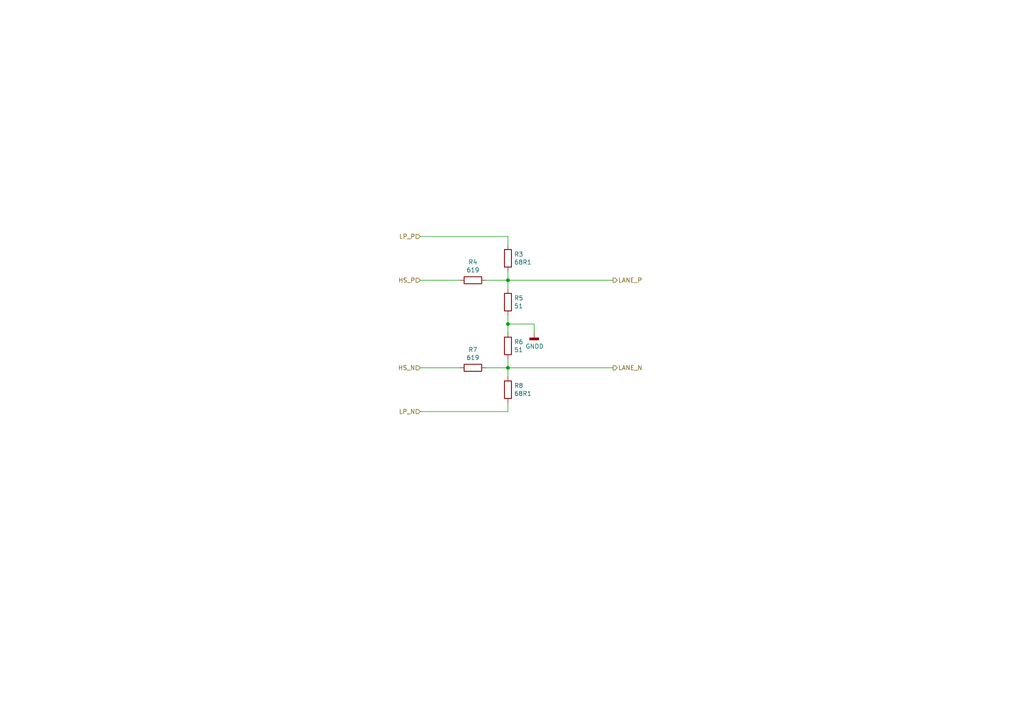
<source format=kicad_sch>
(kicad_sch (version 20211123) (generator eeschema)
  (paper "A4")
  (lib_symbols
    (symbol "Device:R" (pin_numbers hide) (pin_names (offset 0))
      (property "Reference" "R" (at 2.032 0 90))
      (property "Value" "R" (at 0 0 90))
      (symbol "R_0_1"
        (rectangle (start -1.016 -2.54) (end 1.016 2.54) (stroke (width 0.254)))
      )
      (symbol "R_1_1"
        (pin passive line (at 0 3.81 270) (length 1.27) (name "~") (number "1"))
        (pin passive line (at 0 -3.81 90) (length 1.27) (name "~") (number "2"))
      )
    )
    (symbol "power:GNDD" (power) (pin_names (offset 0))
      (property "Value" "GNDD" (at 0 -3.175 0))
      (symbol "GNDD_0_1"
        (rectangle (start -1.27 -1.524) (end 1.27 -2.032) (stroke (width 0.254)) (fill (type outline)))
        (polyline (pts (xy 0 0) (xy 0 -1.524)))
      )
      (symbol "GNDD_1_1"
        (pin power_in line (at 0 0 270) (length 0) hide (name "GNDD") (number "1"))
      )
    )
  )
  (junction (at 147.32 93.98))
  (junction (at 147.32 106.68))
  (junction (at 147.32 81.28))
  (wire (pts (xy 154.94 93.98) (xy 154.94 96.52)))
  (wire (pts (xy 147.32 93.98) (xy 154.94 93.98)))
  (wire (pts (xy 140.97 81.28) (xy 147.32 81.28)))
  (wire (pts (xy 147.32 68.58) (xy 121.92 68.58)))
  (wire (pts (xy 147.32 109.22) (xy 147.32 106.68)))
  (wire (pts (xy 147.32 106.68) (xy 177.8 106.68)))
  (wire (pts (xy 147.32 83.82) (xy 147.32 81.28)))
  (wire (pts (xy 147.32 119.38) (xy 121.92 119.38)))
  (wire (pts (xy 121.92 81.28) (xy 133.35 81.28)))
  (wire (pts (xy 147.32 116.84) (xy 147.32 119.38)))
  (wire (pts (xy 147.32 106.68) (xy 147.32 104.14)))
  (wire (pts (xy 147.32 96.52) (xy 147.32 93.98)))
  (wire (pts (xy 147.32 81.28) (xy 177.8 81.28)))
  (wire (pts (xy 121.92 106.68) (xy 133.35 106.68)))
  (wire (pts (xy 147.32 93.98) (xy 147.32 91.44)))
  (wire (pts (xy 147.32 81.28) (xy 147.32 78.74)))
  (wire (pts (xy 147.32 71.12) (xy 147.32 68.58)))
  (wire (pts (xy 140.97 106.68) (xy 147.32 106.68)))
  (hierarchical_label "LANE_P" (shape output) (at 177.8 81.28 0))
  (hierarchical_label "LP_N" (shape input) (at 121.92 119.38 180))
  (hierarchical_label "LP_P" (shape input) (at 121.92 68.58 180))
  (hierarchical_label "HS_P" (shape input) (at 121.92 81.28 180))
  (hierarchical_label "HS_N" (shape input) (at 121.92 106.68 180))
  (hierarchical_label "LANE_N" (shape output) (at 177.8 106.68 0))
  (symbol (lib_id "Device:R") (at 147.32 74.93 0) (unit 1)
    (property "Reference" "R3" (at 149.098 73.7616 0) (effects (justify left)))
    (property "Value" "68R1" (at 149.098 76.073 0) (effects (justify left)))
    (property "Footprint" "Resistor_SMD:R_0805_2012Metric" (effects hide))
  )
  (symbol (lib_id "Device:R") (at 147.32 87.63 0) (unit 1)
    (property "Reference" "R5" (at 149.098 86.4616 0) (effects (justify left)))
    (property "Value" "51" (at 149.098 88.773 0) (effects (justify left)))
    (property "Footprint" "Resistor_SMD:R_0805_2012Metric" (effects hide))
  )
  (symbol (lib_id "Device:R") (at 147.32 100.33 0) (unit 1)
    (property "Reference" "R6" (at 149.098 99.1616 0) (effects (justify left)))
    (property "Value" "51" (at 149.098 101.473 0) (effects (justify left)))
    (property "Footprint" "Resistor_SMD:R_0805_2012Metric" (effects hide))
  )
  (symbol (lib_id "Device:R") (at 147.32 113.03 0) (unit 1)
    (property "Reference" "R8" (at 149.098 111.8616 0) (effects (justify left)))
    (property "Value" "68R1" (at 149.098 114.173 0) (effects (justify left)))
    (property "Footprint" "Resistor_SMD:R_0805_2012Metric" (effects hide))
  )
  (symbol (lib_id "Device:R") (at 137.16 81.28 270) (unit 1)
    (property "Reference" "R4" (at 137.16 76.0222 90))
    (property "Value" "619" (at 137.16 78.3336 90))
    (property "Footprint" "Resistor_SMD:R_0805_2012Metric" (effects hide))
  )
  (symbol (lib_id "Device:R") (at 137.16 106.68 270) (unit 1)
    (property "Reference" "R7" (at 137.16 101.4222 90))
    (property "Value" "619" (at 137.16 103.7336 90))
    (property "Footprint" "Resistor_SMD:R_0805_2012Metric" (effects hide))
  )
  (symbol (lib_id "power:GNDD") (at 154.94 96.52 0) (unit 1)
    (property "Reference" "#PWR0121" (effects hide))
    (property "Value" "GNDD" (at 155.0416 100.457 0))
  )
)
</source>
